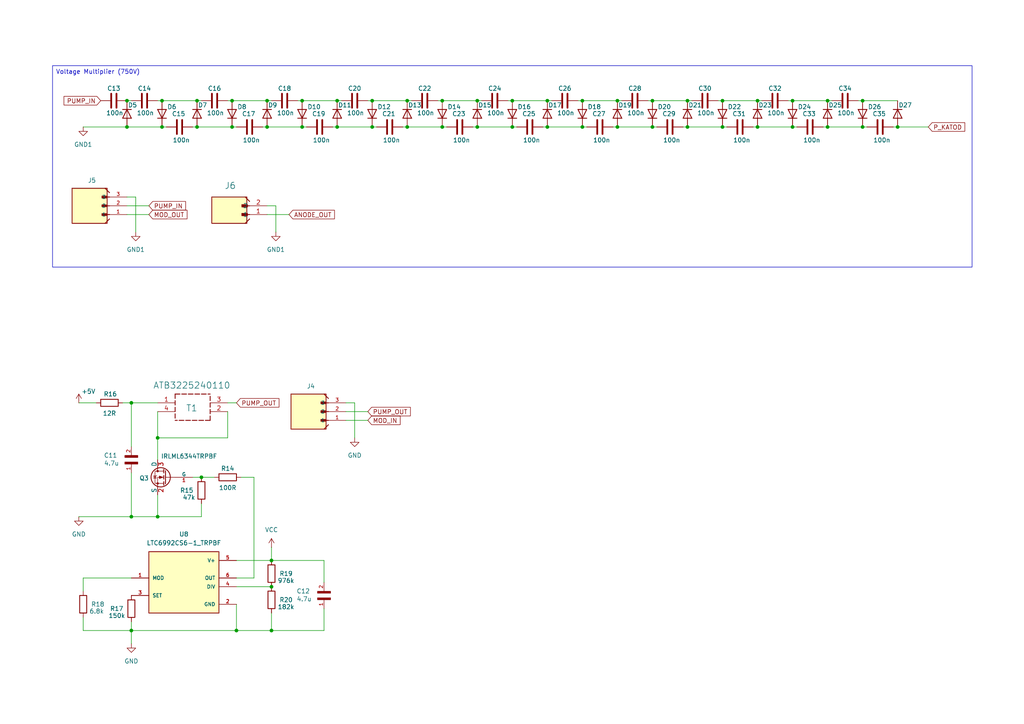
<source format=kicad_sch>
(kicad_sch (version 20231120) (generator "eeschema") (generator_version "8.0")
  (paper "A4")
  (title_block (title "Open Gamma Spectrometer") (date "2025-01-17") (rev "0.1") (company "Vadym Vikulin"))
  (lib_symbols
    (symbol "ATB322524-0110:ATB322524-0110"
      (property "Reference" "T" (at -1.27 1.27 0))
      (property "Value" "*" (at -1.27 -3.81 0))
      (symbol "ATB322524-0110_1_0"
        (polyline (pts (xy 5.08 -3.175) (xy 5.08 -4.445)) (stroke (width 0.254)))
        (polyline (pts (xy 5.08 -1.27) (xy 5.08 -2.54)) (stroke (width 0.254)))
        (polyline (pts (xy 5.08 0.635) (xy 5.08 -0.635)) (stroke (width 0.254)))
        (polyline (pts (xy 5.08 2.54) (xy 5.08 1.27)) (stroke (width 0.254)))
        (polyline (pts (xy 5.08 2.54) (xy 6.477 2.54)) (stroke (width 0.254)))
        (polyline (pts (xy 5.715 -5.08) (xy 5.08 -5.08)) (stroke (width 0.254)))
        (polyline (pts (xy 6.985 2.54) (xy 8.382 2.54)) (stroke (width 0.254)))
        (polyline (pts (xy 7.62 -5.08) (xy 6.223 -5.08)) (stroke (width 0.254)))
        (polyline (pts (xy 8.89 2.54) (xy 10.287 2.54)) (stroke (width 0.254)))
        (polyline (pts (xy 9.525 -5.08) (xy 8.128 -5.08)) (stroke (width 0.254)))
        (polyline (pts (xy 10.795 2.54) (xy 12.192 2.54)) (stroke (width 0.254)))
        (polyline (pts (xy 11.43 -5.08) (xy 10.033 -5.08)) (stroke (width 0.254)))
        (polyline (pts (xy 12.7 2.54) (xy 14.097 2.54)) (stroke (width 0.254)))
        (polyline (pts (xy 13.335 -5.08) (xy 11.938 -5.08)) (stroke (width 0.254)))
        (polyline (pts (xy 14.605 2.54) (xy 15.24 2.54)) (stroke (width 0.254)))
        (polyline (pts (xy 15.24 -5.08) (xy 13.843 -5.08)) (stroke (width 0.254)))
        (polyline (pts (xy 15.24 -5.08) (xy 15.24 -3.81)) (stroke (width 0.254)))
        (polyline (pts (xy 15.24 -3.175) (xy 15.24 -1.905)) (stroke (width 0.254)))
        (polyline (pts (xy 15.24 -1.27) (xy 15.24 0)) (stroke (width 0.254)))
        (polyline (pts (xy 15.24 0.635) (xy 15.24 1.905)) (stroke (width 0.254)))
        (pin bidirectional line (at 0 0 0) (length 5.08) (name "1") (number "1"))
        (pin bidirectional line (at 20.32 -2.54 180) (length 5.08) (name "4") (number "2"))
        (pin bidirectional line (at 20.32 0 180) (length 5.08) (name "3") (number "3"))
        (pin bidirectional line (at 0 -2.54 0) (length 5.08) (name "2") (number "4"))
      )
    )
    (symbol "B2B-PH-K-S_LF__SN_:B2B-PH-K-S(LF)(SN)"
      (property "Reference" "J" (at -1.27 1.27 0))
      (property "Value" "*" (at -1.27 -3.81 0))
      (symbol "B2B-PH-K-S(LF)(SN)_1_0"
        (rectangle (start -2.858 0.318) (end -4.445 -0.318) (stroke (width 0.254)) (fill (type outline)))
        (rectangle (start -2.858 2.858) (end -4.445 2.223) (stroke (width 0.254)) (fill (type outline)))
        (polyline (pts (xy -5.08 -1.27) (xy -3.81 -2.54)) (stroke (width 0.254)))
        (polyline (pts (xy -5.08 0) (xy -3.175 0)) (stroke (width 0.254)))
        (polyline (pts (xy -5.08 2.54) (xy -3.175 2.54)) (stroke (width 0.254)))
        (polyline (pts (xy -5.08 3.81) (xy -3.81 5.08)) (stroke (width 0.254)))
        (rectangle (start 5.874 5.08) (end -4.286 -2.54) (stroke (width 0.254) (color 128 0 0 1)) (fill (type background)))
        (pin passive line (at -10.16 2.54 0) (length 5.08) (name "1") (number "1"))
        (pin passive line (at -10.16 0 0) (length 5.08) (name "2") (number "2"))
      )
    )
    (symbol "B3B-PH-K-S_LF__SN_:B3B-PH-K-S_LF__SN_" (pin_names (offset 1.016))
      (property "Reference" "J" (at -5.58 5.08 0))
      (property "Value" "B3B-PH-K-S_LF__SN_" (at -5.08 -7.62 0))
      (symbol "B3B-PH-K-S_LF__SN__0_0"
        (rectangle (start -4.445 -2.8575) (end -2.8575 -2.2225) (stroke (width 0.1)) (fill (type outline)))
        (rectangle (start -4.445 -0.3175) (end -2.8575 0.3175) (stroke (width 0.1)) (fill (type outline)))
        (rectangle (start -4.445 2.2225) (end -2.8575 2.8575) (stroke (width 0.1)) (fill (type outline)))
        (rectangle (start -4.3996 -5.08) (end 5.7604 5.08) (stroke (width 0.254)) (fill (type background)))
        (polyline (pts (xy -5.08 -3.81) (xy -3.81 -5.08)) (stroke (width 0.254)))
        (polyline (pts (xy -5.08 -2.54) (xy -3.175 -2.54)) (stroke (width 0.254)))
        (polyline (pts (xy -5.08 0) (xy -3.175 0)) (stroke (width 0.254)))
        (polyline (pts (xy -5.08 2.54) (xy -3.175 2.54)) (stroke (width 0.254)))
        (polyline (pts (xy -5.08 3.81) (xy -3.81 5.08)) (stroke (width 0.254)))
        (pin passive line (at -10.16 2.54 0) (length 5.08) (name "1") (number "1"))
        (pin passive line (at -10.16 0 0) (length 5.08) (name "2") (number "2"))
        (pin passive line (at -10.16 -2.54 0) (length 5.08) (name "3") (number "3"))
      )
    )
    (symbol "CL21A475KBQNNNE:CL21A475KBQNNNE" (pin_names (offset 1.016))
      (property "Reference" "C" (at 0 3.81 0))
      (property "Value" "CL21A475KBQNNNE" (at 0 -5.08 0))
      (symbol "CL21A475KBQNNNE_0_0"
        (rectangle (start 0 -1.905) (end 0.635 1.905) (stroke (width 0.1)) (fill (type outline)))
        (rectangle (start 1.905 -1.905) (end 2.54 1.905) (stroke (width 0.1)) (fill (type outline)))
        (pin passive line (at 5.08 0 180) (length 2.54) (name "~") (number "1"))
        (pin passive line (at -2.54 0 0) (length 2.54) (name "~") (number "2"))
      )
    )
    (symbol "Device:C" (pin_numbers hide) (pin_names (offset 0.254))
      (property "Reference" "C" (at 0.635 2.54 0))
      (property "Value" "C" (at 0.635 -2.54 0))
      (symbol "C_0_1"
        (polyline (pts (xy -2.032 -0.762) (xy 2.032 -0.762)) (stroke (width 0.508)))
        (polyline (pts (xy -2.032 0.762) (xy 2.032 0.762)) (stroke (width 0.508)))
      )
      (symbol "C_1_1"
        (pin passive line (at 0 3.81 270) (length 2.794) (name "~") (number "1"))
        (pin passive line (at 0 -3.81 90) (length 2.794) (name "~") (number "2"))
      )
    )
    (symbol "Device:D" (pin_numbers hide) (pin_names (offset 1.016) hide)
      (property "Reference" "D" (at 0 2.54 0))
      (property "Value" "D" (at 0 -2.54 0))
      (symbol "D_0_1"
        (polyline (pts (xy -1.27 1.27) (xy -1.27 -1.27)) (stroke (width 0.254)))
        (polyline (pts (xy 1.27 0) (xy -1.27 0)))
        (polyline (pts (xy 1.27 1.27) (xy 1.27 -1.27) (xy -1.27 0) (xy 1.27 1.27)) (stroke (width 0.254)))
      )
      (symbol "D_1_1"
        (pin passive line (at -3.81 0 0) (length 2.54) (name "K") (number "1"))
        (pin passive line (at 3.81 0 180) (length 2.54) (name "A") (number "2"))
      )
    )
    (symbol "Device:R" (pin_numbers hide) (pin_names (offset 0))
      (property "Reference" "R" (at 2.032 0 90))
      (property "Value" "R" (at 0 0 90))
      (symbol "R_0_1"
        (rectangle (start -1.016 -2.54) (end 1.016 2.54) (stroke (width 0.254)))
      )
      (symbol "R_1_1"
        (pin passive line (at 0 3.81 270) (length 1.27) (name "~") (number "1"))
        (pin passive line (at 0 -3.81 90) (length 1.27) (name "~") (number "2"))
      )
    )
    (symbol "IRLML6344TRPBF:IRLML6344TRPBF" (pin_names (offset 0))
      (property "Reference" "Q" (at -3.81 3.556 0))
      (property "Value" "IRLML6344TRPBF" (at 2.794 4.826 0))
      (symbol "IRLML6344TRPBF_0_1"
        (polyline (pts (xy -1.016 0) (xy -3.81 0)))
        (polyline (pts (xy -1.016 1.905) (xy -1.016 -1.905)) (stroke (width 0.254)))
        (polyline (pts (xy -0.508 -1.27) (xy -0.508 -2.286)) (stroke (width 0.254)))
        (polyline (pts (xy -0.508 0.508) (xy -0.508 -0.508)) (stroke (width 0.254)))
        (polyline (pts (xy -0.508 2.286) (xy -0.508 1.27)) (stroke (width 0.254)))
        (polyline (pts (xy 1.27 2.54) (xy 1.27 1.778)))
        (polyline (pts (xy 1.27 -2.54) (xy 1.27 0) (xy -0.508 0)))
        (polyline (pts (xy -0.508 -1.778) (xy 2.032 -1.778) (xy 2.032 1.778) (xy -0.508 1.778)))
        (polyline (pts (xy -0.254 0) (xy 0.762 0.381) (xy 0.762 -0.381) (xy -0.254 0)) (fill (type outline)))
        (polyline (pts (xy 1.524 0.508) (xy 1.651 0.381) (xy 2.413 0.381) (xy 2.54 0.254)))
        (polyline (pts (xy 2.032 0.381) (xy 1.651 -0.254) (xy 2.413 -0.254) (xy 2.032 0.381)))
        (circle (center 0.381 0) (radius 2.794) (stroke (width 0.254)))
        (circle (center 1.27 -1.778) (radius 0.254) (fill (type outline)))
        (circle (center 1.27 1.778) (radius 0.254) (fill (type outline)))
      )
      (symbol "IRLML6344TRPBF_1_0"
        (pin input line (at -8.89 0 0) (length 5.08) (name "G") (number "1"))
      )
      (symbol "IRLML6344TRPBF_1_1"
        (pin passive line (at 1.27 -5.08 90) (length 2.54) (name "S") (number "2"))
        (pin passive line (at 1.27 5.08 270) (length 2.54) (name "D") (number "3"))
      )
    )
    (symbol "LTC6992CS6-1_TRPBF:LTC6992CS6-1_TRPBF" (pin_names (offset 1.016))
      (property "Reference" "U" (at -10.16 8.128 0))
      (property "Value" "LTC6992CS6-1_TRPBF" (at -10.16 -12.7 0))
      (symbol "LTC6992CS6-1_TRPBF_0_0"
        (rectangle (start -10.16 -10.16) (end 10.16 7.62) (stroke (width 0.254)) (fill (type background)))
        (pin input line (at -15.24 0 0) (length 5.08) (name "MOD") (number "1"))
        (pin power_in line (at 15.24 -7.62 180) (length 5.08) (name "GND") (number "2"))
        (pin input line (at -15.24 -5.08 0) (length 5.08) (name "SET") (number "3"))
        (pin input line (at 15.24 -2.54 180) (length 5.08) (name "DIV") (number "4"))
        (pin power_in line (at 15.24 5.08 180) (length 5.08) (name "V+") (number "5"))
        (pin output line (at 15.24 0 180) (length 5.08) (name "OUT") (number "6"))
      )
    )
    (symbol "power:+5V" (power) (pin_numbers hide) (pin_names (offset 0) hide)
      (property "Value" "+5V" (at 0 3.556 0))
      (symbol "+5V_0_1"
        (polyline (pts (xy -0.762 1.27) (xy 0 2.54)))
        (polyline (pts (xy 0 0) (xy 0 2.54)))
        (polyline (pts (xy 0 2.54) (xy 0.762 1.27)))
      )
      (symbol "+5V_1_1"
        (pin power_in line (at 0 0 90) (length 0) (name "~") (number "1"))
      )
    )
    (symbol "power:GND" (power) (pin_numbers hide) (pin_names (offset 0) hide)
      (property "Value" "GND" (at 0 -3.81 0))
      (symbol "GND_0_1"
        (polyline (pts (xy 0 0) (xy 0 -1.27) (xy 1.27 -1.27) (xy 0 -2.54) (xy -1.27 -1.27) (xy 0 -1.27)))
      )
      (symbol "GND_1_1"
        (pin power_in line (at 0 0 270) (length 0) (name "~") (number "1"))
      )
    )
    (symbol "power:GND1" (power) (pin_numbers hide) (pin_names (offset 0) hide)
      (property "Value" "GND1" (at 0 -3.81 0))
      (symbol "GND1_0_1"
        (polyline (pts (xy 0 0) (xy 0 -1.27) (xy 1.27 -1.27) (xy 0 -2.54) (xy -1.27 -1.27) (xy 0 -1.27)))
      )
      (symbol "GND1_1_1"
        (pin power_in line (at 0 0 270) (length 0) (name "~") (number "1"))
      )
    )
    (symbol "power:VCC" (power) (pin_numbers hide) (pin_names (offset 0) hide)
      (property "Value" "VCC" (at 0 3.556 0))
      (symbol "VCC_0_1"
        (polyline (pts (xy -0.762 1.27) (xy 0 2.54)))
        (polyline (pts (xy 0 0) (xy 0 2.54)))
        (polyline (pts (xy 0 2.54) (xy 0.762 1.27)))
      )
      (symbol "VCC_1_1"
        (pin power_in line (at 0 0 90) (length 0) (name "~") (number "1"))
      )
    )
  )
  (junction (at 128.27 36.83))
  (junction (at 107.95 36.83))
  (junction (at 229.87 36.83))
  (junction (at 209.55 29.21))
  (junction (at 250.19 36.83))
  (junction (at 57.15 29.21))
  (junction (at 229.87 29.21))
  (junction (at 179.07 36.83))
  (junction (at 45.72 149.86))
  (junction (at 58.42 138.43))
  (junction (at 67.31 36.83))
  (junction (at 36.83 36.83))
  (junction (at 138.43 36.83))
  (junction (at 78.74 170.18))
  (junction (at 87.63 29.21))
  (junction (at 209.55 36.83))
  (junction (at 46.99 29.21))
  (junction (at 138.43 29.21))
  (junction (at 148.59 29.21))
  (junction (at 240.03 36.83))
  (junction (at 148.59 36.83))
  (junction (at 189.23 29.21))
  (junction (at 36.83 29.21))
  (junction (at 45.72 127))
  (junction (at 179.07 29.21))
  (junction (at 57.15 36.83))
  (junction (at 38.1 149.86))
  (junction (at 87.63 36.83))
  (junction (at 67.31 29.21))
  (junction (at 38.1 116.84))
  (junction (at 168.91 36.83))
  (junction (at 38.1 182.88))
  (junction (at 97.79 36.83))
  (junction (at 158.75 36.83))
  (junction (at 77.47 36.83))
  (junction (at 118.11 29.21))
  (junction (at 199.39 36.83))
  (junction (at 199.39 29.21))
  (junction (at 77.47 29.21))
  (junction (at 128.27 29.21))
  (junction (at 250.19 29.21))
  (junction (at 240.03 29.21))
  (junction (at 219.71 29.21))
  (junction (at 78.74 162.56))
  (junction (at 260.35 36.83))
  (junction (at 107.95 29.21))
  (junction (at 97.79 29.21))
  (junction (at 118.11 36.83))
  (junction (at 219.71 36.83))
  (junction (at 46.99 36.83))
  (junction (at 78.74 182.88))
  (junction (at 68.58 182.88))
  (junction (at 168.91 29.21))
  (junction (at 189.23 36.83))
  (junction (at 158.75 29.21))
  (wire (pts (xy 149.86 36.83) (xy 148.59 36.83)))
  (wire (pts (xy 77.47 36.83) (xy 87.63 36.83)))
  (wire (pts (xy 67.31 29.21) (xy 77.47 29.21)))
  (wire (pts (xy 240.03 36.83) (xy 238.76 36.83)))
  (wire (pts (xy 208.28 29.21) (xy 209.55 29.21)))
  (wire (pts (xy 38.1 129.54) (xy 38.1 116.84)))
  (wire (pts (xy 248.92 29.21) (xy 250.19 29.21)))
  (wire (pts (xy 57.15 36.83) (xy 67.31 36.83)))
  (wire (pts (xy 45.72 127) (xy 45.72 119.38)))
  (wire (pts (xy 57.15 36.83) (xy 55.88 36.83)))
  (wire (pts (xy 73.66 138.43) (xy 69.85 138.43)))
  (wire (pts (xy 39.37 57.15) (xy 39.37 67.31)))
  (wire (pts (xy 68.58 116.84) (xy 66.04 116.84)))
  (wire (pts (xy 251.46 36.83) (xy 250.19 36.83)))
  (wire (pts (xy 38.1 186.69) (xy 38.1 182.88)))
  (wire (pts (xy 66.04 127) (xy 45.72 127)))
  (wire (pts (xy 107.95 29.21) (xy 118.11 29.21)))
  (wire (pts (xy 36.83 36.83) (xy 46.99 36.83)))
  (wire (pts (xy 38.1 116.84) (xy 45.72 116.84)))
  (wire (pts (xy 148.59 29.21) (xy 158.75 29.21)))
  (wire (pts (xy 93.98 162.56) (xy 78.74 162.56)))
  (wire (pts (xy 57.15 29.21) (xy 58.42 29.21)))
  (wire (pts (xy 62.23 138.43) (xy 58.42 138.43)))
  (wire (pts (xy 86.36 29.21) (xy 87.63 29.21)))
  (wire (pts (xy 129.54 36.83) (xy 128.27 36.83)))
  (wire (pts (xy 170.18 36.83) (xy 168.91 36.83)))
  (wire (pts (xy 73.66 167.64) (xy 73.66 138.43)))
  (wire (pts (xy 190.5 36.83) (xy 189.23 36.83)))
  (wire (pts (xy 179.07 36.83) (xy 177.8 36.83)))
  (wire (pts (xy 48.26 36.83) (xy 46.99 36.83)))
  (wire (pts (xy 168.91 29.21) (xy 179.07 29.21)))
  (wire (pts (xy 68.58 175.26) (xy 68.58 182.88)))
  (wire (pts (xy 210.82 36.83) (xy 209.55 36.83)))
  (wire (pts (xy 45.72 149.86) (xy 38.1 149.86)))
  (wire (pts (xy 102.87 116.84) (xy 100.33 116.84)))
  (wire (pts (xy 102.87 116.84) (xy 102.87 127)))
  (wire (pts (xy 78.74 158.75) (xy 78.74 162.56)))
  (wire (pts (xy 228.6 29.21) (xy 229.87 29.21)))
  (wire (pts (xy 38.1 149.86) (xy 38.1 137.16)))
  (wire (pts (xy 97.79 36.83) (xy 107.95 36.83)))
  (wire (pts (xy 46.99 29.21) (xy 57.15 29.21)))
  (wire (pts (xy 38.1 149.86) (xy 22.86 149.86)))
  (wire (pts (xy 219.71 29.21) (xy 220.98 29.21)))
  (wire (pts (xy 68.58 182.88) (xy 78.74 182.88)))
  (wire (pts (xy 87.63 29.21) (xy 97.79 29.21)))
  (wire (pts (xy 36.83 29.21) (xy 38.1 29.21)))
  (wire (pts (xy 24.13 182.88) (xy 38.1 182.88)))
  (wire (pts (xy 229.87 29.21) (xy 240.03 29.21)))
  (wire (pts (xy 83.82 62.23) (xy 77.47 62.23)))
  (wire (pts (xy 109.22 36.83) (xy 107.95 36.83)))
  (wire (pts (xy 39.37 57.15) (xy 36.83 57.15)))
  (wire (pts (xy 24.13 167.64) (xy 24.13 171.45)))
  (wire (pts (xy 219.71 36.83) (xy 218.44 36.83)))
  (wire (pts (xy 36.83 59.69) (xy 43.18 59.69)))
  (wire (pts (xy 128.27 29.21) (xy 138.43 29.21)))
  (wire (pts (xy 167.64 29.21) (xy 168.91 29.21)))
  (wire (pts (xy 24.13 36.83) (xy 36.83 36.83)))
  (wire (pts (xy 45.72 149.86) (xy 45.72 143.51)))
  (wire (pts (xy 97.79 29.21) (xy 99.06 29.21)))
  (wire (pts (xy 66.04 119.38) (xy 66.04 127)))
  (wire (pts (xy 43.18 62.23) (xy 36.83 62.23)))
  (wire (pts (xy 199.39 36.83) (xy 198.12 36.83)))
  (wire (pts (xy 88.9 36.83) (xy 87.63 36.83)))
  (wire (pts (xy 35.56 116.84) (xy 38.1 116.84)))
  (wire (pts (xy 118.11 36.83) (xy 116.84 36.83)))
  (wire (pts (xy 68.58 170.18) (xy 78.74 170.18)))
  (wire (pts (xy 58.42 138.43) (xy 55.88 138.43)))
  (wire (pts (xy 24.13 179.07) (xy 24.13 182.88)))
  (wire (pts (xy 78.74 182.88) (xy 78.74 177.8)))
  (wire (pts (xy 97.79 36.83) (xy 96.52 36.83)))
  (wire (pts (xy 80.01 59.69) (xy 80.01 67.31)))
  (wire (pts (xy 106.68 29.21) (xy 107.95 29.21)))
  (wire (pts (xy 38.1 167.64) (xy 24.13 167.64)))
  (wire (pts (xy 138.43 36.83) (xy 148.59 36.83)))
  (wire (pts (xy 240.03 29.21) (xy 241.3 29.21)))
  (wire (pts (xy 22.86 116.84) (xy 27.94 116.84)))
  (wire (pts (xy 199.39 36.83) (xy 209.55 36.83)))
  (wire (pts (xy 147.32 29.21) (xy 148.59 29.21)))
  (wire (pts (xy 58.42 149.86) (xy 45.72 149.86)))
  (wire (pts (xy 260.35 36.83) (xy 269.24 36.83)))
  (wire (pts (xy 68.58 36.83) (xy 67.31 36.83)))
  (wire (pts (xy 199.39 29.21) (xy 200.66 29.21)))
  (wire (pts (xy 93.98 176.53) (xy 93.98 182.88)))
  (wire (pts (xy 187.96 29.21) (xy 189.23 29.21)))
  (wire (pts (xy 240.03 36.83) (xy 250.19 36.83)))
  (wire (pts (xy 158.75 36.83) (xy 157.48 36.83)))
  (wire (pts (xy 77.47 36.83) (xy 76.2 36.83)))
  (wire (pts (xy 179.07 36.83) (xy 189.23 36.83)))
  (wire (pts (xy 77.47 29.21) (xy 78.74 29.21)))
  (wire (pts (xy 100.33 119.38) (xy 106.68 119.38)))
  (wire (pts (xy 260.35 36.83) (xy 259.08 36.83)))
  (wire (pts (xy 189.23 29.21) (xy 199.39 29.21)))
  (wire (pts (xy 93.98 182.88) (xy 78.74 182.88)))
  (wire (pts (xy 80.01 59.69) (xy 77.47 59.69)))
  (wire (pts (xy 68.58 167.64) (xy 73.66 167.64)))
  (wire (pts (xy 138.43 29.21) (xy 139.7 29.21)))
  (wire (pts (xy 45.72 29.21) (xy 46.99 29.21)))
  (wire (pts (xy 118.11 29.21) (xy 119.38 29.21)))
  (wire (pts (xy 127 29.21) (xy 128.27 29.21)))
  (wire (pts (xy 250.19 29.21) (xy 260.35 29.21)))
  (wire (pts (xy 45.72 133.35) (xy 45.72 127)))
  (wire (pts (xy 158.75 29.21) (xy 160.02 29.21)))
  (wire (pts (xy 58.42 146.05) (xy 58.42 149.86)))
  (wire (pts (xy 138.43 36.83) (xy 137.16 36.83)))
  (wire (pts (xy 93.98 162.56) (xy 93.98 168.91)))
  (wire (pts (xy 68.58 182.88) (xy 38.1 182.88)))
  (wire (pts (xy 66.04 29.21) (xy 67.31 29.21)))
  (wire (pts (xy 179.07 29.21) (xy 180.34 29.21)))
  (wire (pts (xy 68.58 162.56) (xy 78.74 162.56)))
  (wire (pts (xy 38.1 182.88) (xy 38.1 180.34)))
  (wire (pts (xy 106.68 121.92) (xy 100.33 121.92)))
  (wire (pts (xy 231.14 36.83) (xy 229.87 36.83)))
  (wire (pts (xy 209.55 29.21) (xy 219.71 29.21)))
  (wire (pts (xy 158.75 36.83) (xy 168.91 36.83)))
  (wire (pts (xy 118.11 36.83) (xy 128.27 36.83)))
  (wire (pts (xy 219.71 36.83) (xy 229.87 36.83)))
  (text_box "Voltage Multiplier (750V)" (at 15.24 19.05 0) (size 266.7 58.42) (effects (font (size 1.27 1.27)) (justify left top)))
  (global_label "ANODE_OUT" (shape input) (at 83.82 62.23 0) (property "Intersheetrefs" "${INTERSHEET_REFS}" (effects (hide yes))))
  (global_label "PUMP_OUT" (shape input) (at 68.58 116.84 0) (property "Intersheetrefs" "${INTERSHEET_REFS}" (effects (hide yes))))
  (global_label "PUMP_IN" (shape input) (at 43.18 59.69 0) (property "Intersheetrefs" "${INTERSHEET_REFS}" (effects (hide yes))))
  (global_label "MOD_IN" (shape input) (at 106.68 121.92 0) (property "Intersheetrefs" "${INTERSHEET_REFS}" (effects (hide yes))))
  (global_label "P_KATOD" (shape input) (at 269.24 36.83 0) (property "Intersheetrefs" "${INTERSHEET_REFS}" (effects (hide yes))))
  (global_label "MOD_OUT" (shape input) (at 43.18 62.23 0) (property "Intersheetrefs" "${INTERSHEET_REFS}" (effects (hide yes))))
  (global_label "PUMP_OUT" (shape input) (at 106.68 119.38 0) (property "Intersheetrefs" "${INTERSHEET_REFS}" (effects (hide yes))))
  (global_label "PUMP_IN" (shape input) (at 29.21 29.21 180) (property "Intersheetrefs" "${INTERSHEET_REFS}" (effects (hide yes))))
  (symbol (lib_id "Device:C") (at 214.63 36.83 90) (unit 1)
    (property "Reference" "C31" (at 214.376 33.02 90))
    (property "Value" "100n" (at 215.138 40.64 90))
    (property "Footprint" "C1210C104KCRACTU:CAPC3225X140N" (effects (hide yes)))
    (property "Description" "Unpolarized capacitor" (effects (hide yes)))
  )
  (symbol (lib_id "Device:D") (at 77.47 33.02 270) (unit 1)
    (property "Reference" "D9" (at 77.724 30.48 90) (effects (justify left)))
    (property "Value" "D" (effects (hide yes)))
    (property "Footprint" "SOD2613X100N:SOD2613X100N" (effects (hide yes)))
    (property "Description" "Diode" (effects (hide yes)))
    (property "Sim.Device" "D" (effects (hide yes)))
    (property "Sim.Pins" "1=K 2=A" (effects (hide yes)))
  )
  (symbol (lib_id "Device:R") (at 66.04 138.43 270) (unit 1)
    (property "Reference" "R14" (at 66.04 135.89 90))
    (property "Value" "100R" (at 66.04 141.478 90))
    (property "Footprint" "ERJ3EKF2103V:RES_ERJ3EKF2103V" (effects (hide yes)))
    (property "Description" "Resistor" (effects (hide yes)))
  )
  (symbol (lib_id "CL21A475KBQNNNE:CL21A475KBQNNNE") (at 93.98 171.45 270) (unit 1)
    (property "Reference" "C12" (at 89.916 171.4499 90) (effects (justify right)))
    (property "Value" "4.7u" (at 90.424 173.736 90) (effects (justify right)))
    (property "Footprint" "CL21A475KBQNNNE:CAPC2012X140N" (effects (hide yes)))
    (property "MF" "Samsung Electro-Mechanics" (effects (hide yes)))
    (property "Description_1" "\n                        \n                            CL21 Series 4.7 uF 50 V ±10 % Tolerance X5R SMT Multilayer Ceramic Capacitor\n                        \n" (effects (hide yes)))
    (property "Package" "0805 Samsung" (effects (hide yes)))
    (property "Price" "None" (effects (hide yes)))
    (property "SnapEDA_Link" "https://www.snapeda.com/parts/CL21A475KBQNNNE/Samsung/view-part/?ref=snap" (effects (hide yes)))
    (property "MP" "CL21A475KBQNNNE" (effects (hide yes)))
    (property "Availability" "In Stock" (effects (hide yes)))
    (property "Check_prices" "https://www.snapeda.com/parts/CL21A475KBQNNNE/Samsung/view-part/?ref=eda" (effects (hide yes)))
  )
  (symbol (lib_id "Device:D") (at 36.83 33.02 270) (unit 1)
    (property "Reference" "D5" (at 37.084 30.48 90) (effects (justify left)))
    (property "Value" "D" (effects (hide yes)))
    (property "Footprint" "SOD2613X100N:SOD2613X100N" (effects (hide yes)))
    (property "Description" "Diode" (effects (hide yes)))
    (property "Sim.Device" "D" (effects (hide yes)))
    (property "Sim.Pins" "1=K 2=A" (effects (hide yes)))
  )
  (symbol (lib_id "Device:D") (at 107.95 33.02 90) (unit 1)
    (property "Reference" "D12" (at 109.474 30.988 90) (effects (justify right)))
    (property "Value" "D" (effects (hide yes)))
    (property "Footprint" "SOD2613X100N:SOD2613X100N" (effects (hide yes)))
    (property "Description" "Diode" (effects (hide yes)))
    (property "Sim.Device" "D" (effects (hide yes)))
    (property "Sim.Pins" "1=K 2=A" (effects (hide yes)))
  )
  (symbol (lib_id "Device:D") (at 168.91 33.02 90) (unit 1)
    (property "Reference" "D18" (at 170.434 30.988 90) (effects (justify right)))
    (property "Value" "D" (effects (hide yes)))
    (property "Footprint" "SOD2613X100N:SOD2613X100N" (effects (hide yes)))
    (property "Description" "Diode" (effects (hide yes)))
    (property "Sim.Device" "D" (effects (hide yes)))
    (property "Sim.Pins" "1=K 2=A" (effects (hide yes)))
  )
  (symbol (lib_id "Device:C") (at 133.35 36.83 90) (unit 1)
    (property "Reference" "C23" (at 133.096 33.02 90))
    (property "Value" "100n" (at 133.858 40.64 90))
    (property "Footprint" "C1210C104KCRACTU:CAPC3225X140N" (effects (hide yes)))
    (property "Description" "Unpolarized capacitor" (effects (hide yes)))
  )
  (symbol (lib_id "Device:C") (at 41.91 29.21 90) (unit 1)
    (property "Reference" "C14" (at 41.91 25.654 90))
    (property "Value" "100n" (at 42.164 32.766 90))
    (property "Footprint" "C1210C104KCRACTU:CAPC3225X140N" (effects (hide yes)))
    (property "Description" "Unpolarized capacitor" (effects (hide yes)))
  )
  (symbol (lib_id "Device:C") (at 204.47 29.21 90) (unit 1)
    (property "Reference" "C30" (at 204.47 25.654 90))
    (property "Value" "100n" (at 204.724 32.766 90))
    (property "Footprint" "C1210C104KCRACTU:CAPC3225X140N" (effects (hide yes)))
    (property "Description" "Unpolarized capacitor" (effects (hide yes)))
  )
  (symbol (lib_id "Device:C") (at 123.19 29.21 90) (unit 1)
    (property "Reference" "C22" (at 123.19 25.654 90))
    (property "Value" "100n" (at 123.444 32.766 90))
    (property "Footprint" "C1210C104KCRACTU:CAPC3225X140N" (effects (hide yes)))
    (property "Description" "Unpolarized capacitor" (effects (hide yes)))
  )
  (symbol (lib_id "Device:C") (at 153.67 36.83 90) (unit 1)
    (property "Reference" "C25" (at 153.416 33.02 90))
    (property "Value" "100n" (at 154.178 40.64 90))
    (property "Footprint" "C1210C104KCRACTU:CAPC3225X140N" (effects (hide yes)))
    (property "Description" "Unpolarized capacitor" (effects (hide yes)))
  )
  (symbol (lib_id "Device:C") (at 143.51 29.21 90) (unit 1)
    (property "Reference" "C24" (at 143.51 25.654 90))
    (property "Value" "100n" (at 143.764 32.766 90))
    (property "Footprint" "C1210C104KCRACTU:CAPC3225X140N" (effects (hide yes)))
    (property "Description" "Unpolarized capacitor" (effects (hide yes)))
  )
  (symbol (lib_id "Device:D") (at 240.03 33.02 270) (unit 1)
    (property "Reference" "D25" (at 240.284 30.48 90) (effects (justify left)))
    (property "Value" "D" (effects (hide yes)))
    (property "Footprint" "SOD2613X100N:SOD2613X100N" (effects (hide yes)))
    (property "Description" "Diode" (effects (hide yes)))
    (property "Sim.Device" "D" (effects (hide yes)))
    (property "Sim.Pins" "1=K 2=A" (effects (hide yes)))
  )
  (symbol (lib_id "Device:D") (at 179.07 33.02 270) (unit 1)
    (property "Reference" "D19" (at 179.324 30.48 90) (effects (justify left)))
    (property "Value" "D" (effects (hide yes)))
    (property "Footprint" "SOD2613X100N:SOD2613X100N" (effects (hide yes)))
    (property "Description" "Diode" (effects (hide yes)))
    (property "Sim.Device" "D" (effects (hide yes)))
    (property "Sim.Pins" "1=K 2=A" (effects (hide yes)))
  )
  (symbol (lib_id "Device:D") (at 199.39 33.02 270) (unit 1)
    (property "Reference" "D21" (at 199.644 30.48 90) (effects (justify left)))
    (property "Value" "D" (effects (hide yes)))
    (property "Footprint" "SOD2613X100N:SOD2613X100N" (effects (hide yes)))
    (property "Description" "Diode" (effects (hide yes)))
    (property "Sim.Device" "D" (effects (hide yes)))
    (property "Sim.Pins" "1=K 2=A" (effects (hide yes)))
  )
  (symbol (lib_id "Device:C") (at 113.03 36.83 90) (unit 1)
    (property "Reference" "C21" (at 112.776 33.02 90))
    (property "Value" "100n" (at 113.538 40.64 90))
    (property "Footprint" "C1210C104KCRACTU:CAPC3225X140N" (effects (hide yes)))
    (property "Description" "Unpolarized capacitor" (effects (hide yes)))
  )
  (symbol (lib_id "power:GND") (at 102.87 127 0) (unit 1)
    (property "Reference" "#PWR057" (effects (hide yes)))
    (property "Value" "GND" (at 102.87 132.08 0))
    (property "Description" "Power symbol creates a global label with name \"GND\" , ground" (effects (hide yes)))
  )
  (symbol (lib_id "Device:D") (at 67.31 33.02 90) (unit 1)
    (property "Reference" "D8" (at 68.834 30.988 90) (effects (justify right)))
    (property "Value" "D" (effects (hide yes)))
    (property "Footprint" "SOD2613X100N:SOD2613X100N" (effects (hide yes)))
    (property "Description" "Diode" (effects (hide yes)))
    (property "Sim.Device" "D" (effects (hide yes)))
    (property "Sim.Pins" "1=K 2=A" (effects (hide yes)))
  )
  (symbol (lib_id "ATB322524-0110:ATB322524-0110") (at 45.72 116.84 0) (unit 1)
    (property "Reference" "T1" (at 55.626 118.364 0) (effects (font (size 1.8288 1.8288))))
    (property "Value" "ATB3225240110" (at 55.626 111.76 0) (effects (font (size 1.8288 1.8288))))
    (property "Footprint" "ATB322524-0110:ATB3225240110" (effects (hide yes)))
    (property "Description" "Audio Transformers / Signal Transformers NEW MFG PN 810-ATB32240110T000" (effects (hide yes)))
    (property "SnapEDA_Link" "https://www.snapeda.com/parts/ATB322524-0110/TDK/view-part/?ref=snap" (effects (hide yes)))
    (property "Package" "None" (effects (hide yes)))
    (property "ALTIUM_VALUE" "*" (effects (hide yes)))
    (property "MF" "TDK" (effects (hide yes)))
    (property "MP" "ATB322524-0110" (effects (hide yes)))
    (property "Check_prices" "https://www.snapeda.com/parts/ATB322524-0110/TDK/view-part/?ref=eda" (effects (hide yes)))
  )
  (symbol (lib_id "Device:C") (at 234.95 36.83 90) (unit 1)
    (property "Reference" "C33" (at 234.696 33.02 90))
    (property "Value" "100n" (at 235.458 40.64 90))
    (property "Footprint" "C1210C104KCRACTU:CAPC3225X140N" (effects (hide yes)))
    (property "Description" "Unpolarized capacitor" (effects (hide yes)))
  )
  (symbol (lib_id "Device:D") (at 148.59 33.02 90) (unit 1)
    (property "Reference" "D16" (at 150.114 30.988 90) (effects (justify right)))
    (property "Value" "D" (effects (hide yes)))
    (property "Footprint" "SOD2613X100N:SOD2613X100N" (effects (hide yes)))
    (property "Description" "Diode" (effects (hide yes)))
    (property "Sim.Device" "D" (effects (hide yes)))
    (property "Sim.Pins" "1=K 2=A" (effects (hide yes)))
  )
  (symbol (lib_id "Device:D") (at 128.27 33.02 90) (unit 1)
    (property "Reference" "D14" (at 129.794 30.988 90) (effects (justify right)))
    (property "Value" "D" (effects (hide yes)))
    (property "Footprint" "SOD2613X100N:SOD2613X100N" (effects (hide yes)))
    (property "Description" "Diode" (effects (hide yes)))
    (property "Sim.Device" "D" (effects (hide yes)))
    (property "Sim.Pins" "1=K 2=A" (effects (hide yes)))
  )
  (symbol (lib_id "power:GND") (at 22.86 149.86 0) (mirror y) (unit 1)
    (property "Reference" "#PWR047" (effects (hide yes)))
    (property "Value" "GND" (at 22.86 154.94 0))
    (property "Description" "Power symbol creates a global label with name \"GND\" , ground" (effects (hide yes)))
  )
  (symbol (lib_id "B2B-PH-K-S_LF__SN_:B2B-PH-K-S(LF)(SN)") (at 67.31 59.69 180) (unit 1)
    (property "Reference" "J6" (at 66.802 53.848 0) (effects (font (size 1.8288 1.8288))))
    (property "Value" "*" (effects (hide yes)))
    (property "Footprint" "B2B-PH-K-S_LF__SN_:JST_B2B-PH-K-S(LF)(SN)" (effects (hide yes)))
    (property "Description" "Connector Header Through Hole 2 position 0.079 (2.00mm)" (effects (hide yes)))
    (property "SnapEDA_Link" "https://www.snapeda.com/parts/B2B-PH-K-S%20(LF)(SN)/JST/view-part/?ref=snap" (effects (hide yes)))
    (property "Package" "None" (effects (hide yes)))
    (property "ALTIUM_VALUE" "*" (effects (hide yes)))
    (property "MF" "JST" (effects (hide yes)))
    (property "MP" "B2B-PH-K-S (LF)(SN)" (effects (hide yes)))
    (property "Check_prices" "https://www.snapeda.com/parts/B2B-PH-K-S%20(LF)(SN)/JST/view-part/?ref=eda" (effects (hide yes)))
  )
  (symbol (lib_id "power:GND1") (at 39.37 67.31 0) (unit 1)
    (property "Reference" "#PWR059" (effects (hide yes)))
    (property "Value" "GND1" (at 39.37 72.39 0))
    (property "Description" "Power symbol creates a global label with name \"GND1\" , ground" (effects (hide yes)))
  )
  (symbol (lib_id "Device:D") (at 138.43 33.02 270) (unit 1)
    (property "Reference" "D15" (at 138.684 30.48 90) (effects (justify left)))
    (property "Value" "D" (effects (hide yes)))
    (property "Footprint" "SOD2613X100N:SOD2613X100N" (effects (hide yes)))
    (property "Description" "Diode" (effects (hide yes)))
    (property "Sim.Device" "D" (effects (hide yes)))
    (property "Sim.Pins" "1=K 2=A" (effects (hide yes)))
  )
  (symbol (lib_id "Device:D") (at 250.19 33.02 90) (unit 1)
    (property "Reference" "D26" (at 251.714 30.988 90) (effects (justify right)))
    (property "Value" "D" (effects (hide yes)))
    (property "Footprint" "SOD2613X100N:SOD2613X100N" (effects (hide yes)))
    (property "Description" "Diode" (effects (hide yes)))
    (property "Sim.Device" "D" (effects (hide yes)))
    (property "Sim.Pins" "1=K 2=A" (effects (hide yes)))
  )
  (symbol (lib_id "Device:C") (at 245.11 29.21 90) (unit 1)
    (property "Reference" "C34" (at 245.11 25.654 90))
    (property "Value" "100n" (at 245.364 32.766 90))
    (property "Footprint" "C1210C104KCRACTU:CAPC3225X140N" (effects (hide yes)))
    (property "Description" "Unpolarized capacitor" (effects (hide yes)))
  )
  (symbol (lib_id "Device:C") (at 33.02 29.21 90) (unit 1)
    (property "Reference" "C13" (at 33.02 25.654 90))
    (property "Value" "100n" (at 33.274 32.766 90))
    (property "Footprint" "C1210C104KCRACTU:CAPC3225X140N" (effects (hide yes)))
    (property "Description" "Unpolarized capacitor" (effects (hide yes)))
  )
  (symbol (lib_id "power:VCC") (at 78.74 158.75 0) (unit 1)
    (property "Reference" "#PWR056" (effects (hide yes)))
    (property "Value" "VCC" (at 78.74 153.67 0))
    (property "Description" "Power symbol creates a global label with name \"VCC\"" (effects (hide yes)))
  )
  (symbol (lib_id "Device:R") (at 31.75 116.84 270) (unit 1)
    (property "Reference" "R16" (at 32.004 114.3 90))
    (property "Value" "12R" (at 31.75 119.888 90))
    (property "Footprint" "ERJ3EKF2103V:RES_ERJ3EKF2103V" (effects (hide yes)))
    (property "Description" "Resistor" (effects (hide yes)))
  )
  (symbol (lib_id "B3B-PH-K-S_LF__SN_:B3B-PH-K-S_LF__SN_") (at 26.67 59.69 180) (unit 1)
    (property "Reference" "J5" (at 26.67 52.324 0))
    (property "Value" "B3B-PH-K-S_LF__SN_" (effects (hide yes)))
    (property "Footprint" "B3B-PH-K-S_LF__SN_:JST_B3B-PH-K-S_LF__SN_" (effects (hide yes)))
    (property "MF" "JST Sales" (effects (hide yes)))
    (property "Description_1" "\n                        \n                            Connector Header Through Hole 3 position 0.079 (2.00mm)\n                        \n" (effects (hide yes)))
    (property "Package" "None" (effects (hide yes)))
    (property "Price" "None" (effects (hide yes)))
    (property "Check_prices" "https://www.snapeda.com/parts/B3B-PH-K-S(LF)(SN)/JST/view-part/?ref=eda" (effects (hide yes)))
    (property "SnapEDA_Link" "https://www.snapeda.com/parts/B3B-PH-K-S(LF)(SN)/JST/view-part/?ref=snap" (effects (hide yes)))
    (property "MP" "B3B-PH-K-S(LF)(SN)" (effects (hide yes)))
    (property "Availability" "In Stock" (effects (hide yes)))
    (property "MANUFACTURER" "JST" (effects (hide yes)))
  )
  (symbol (lib_id "Device:D") (at 97.79 33.02 270) (unit 1)
    (property "Reference" "D11" (at 98.044 30.48 90) (effects (justify left)))
    (property "Value" "D" (effects (hide yes)))
    (property "Footprint" "SOD2613X100N:SOD2613X100N" (effects (hide yes)))
    (property "Description" "Diode" (effects (hide yes)))
    (property "Sim.Device" "D" (effects (hide yes)))
    (property "Sim.Pins" "1=K 2=A" (effects (hide yes)))
  )
  (symbol (lib_id "Device:C") (at 224.79 29.21 90) (unit 1)
    (property "Reference" "C32" (at 224.79 25.654 90))
    (property "Value" "100n" (at 225.044 32.766 90))
    (property "Footprint" "C1210C104KCRACTU:CAPC3225X140N" (effects (hide yes)))
    (property "Description" "Unpolarized capacitor" (effects (hide yes)))
  )
  (symbol (lib_id "Device:C") (at 255.27 36.83 90) (unit 1)
    (property "Reference" "C35" (at 255.016 33.02 90))
    (property "Value" "100n" (at 255.778 40.64 90))
    (property "Footprint" "C1210C104KCRACTU:CAPC3225X140N" (effects (hide yes)))
    (property "Description" "Unpolarized capacitor" (effects (hide yes)))
  )
  (symbol (lib_id "Device:C") (at 92.71 36.83 90) (unit 1)
    (property "Reference" "C19" (at 92.456 33.02 90))
    (property "Value" "100n" (at 93.218 40.64 90))
    (property "Footprint" "C1210C104KCRACTU:CAPC3225X140N" (effects (hide yes)))
    (property "Description" "Unpolarized capacitor" (effects (hide yes)))
  )
  (symbol (lib_id "Device:C") (at 62.23 29.21 90) (unit 1)
    (property "Reference" "C16" (at 62.23 25.654 90))
    (property "Value" "100n" (at 62.484 32.766 90))
    (property "Footprint" "C1210C104KCRACTU:CAPC3225X140N" (effects (hide yes)))
    (property "Description" "Unpolarized capacitor" (effects (hide yes)))
  )
  (symbol (lib_id "Device:R") (at 24.13 175.26 0) (mirror y) (unit 1)
    (property "Reference" "R18" (at 26.416 175.26 0) (effects (justify right)))
    (property "Value" "6.8k" (at 25.908 177.292 0) (effects (justify right)))
    (property "Footprint" "ERJ3EKF2103V:RES_ERJ3EKF2103V" (effects (hide yes)))
    (property "Description" "Resistor" (effects (hide yes)))
  )
  (symbol (lib_id "Device:D") (at 158.75 33.02 270) (unit 1)
    (property "Reference" "D17" (at 159.004 30.48 90) (effects (justify left)))
    (property "Value" "D" (effects (hide yes)))
    (property "Footprint" "SOD2613X100N:SOD2613X100N" (effects (hide yes)))
    (property "Description" "Diode" (effects (hide yes)))
    (property "Sim.Device" "D" (effects (hide yes)))
    (property "Sim.Pins" "1=K 2=A" (effects (hide yes)))
  )
  (symbol (lib_id "Device:R") (at 38.1 176.53 0) (unit 1)
    (property "Reference" "R17" (at 35.814 176.53 0) (effects (justify right)))
    (property "Value" "150k" (at 36.322 178.562 0) (effects (justify right)))
    (property "Footprint" "ERJ3EKF2103V:RES_ERJ3EKF2103V" (effects (hide yes)))
    (property "Description" "Resistor" (effects (hide yes)))
  )
  (symbol (lib_id "Device:D") (at 118.11 33.02 270) (unit 1)
    (property "Reference" "D13" (at 118.364 30.48 90) (effects (justify left)))
    (property "Value" "D" (effects (hide yes)))
    (property "Footprint" "SOD2613X100N:SOD2613X100N" (effects (hide yes)))
    (property "Description" "Diode" (effects (hide yes)))
    (property "Sim.Device" "D" (effects (hide yes)))
    (property "Sim.Pins" "1=K 2=A" (effects (hide yes)))
  )
  (symbol (lib_id "power:GND1") (at 24.13 36.83 0) (unit 1)
    (property "Reference" "#PWR058" (effects (hide yes)))
    (property "Value" "GND1" (at 24.13 41.91 0))
    (property "Description" "Power symbol creates a global label with name \"GND1\" , ground" (effects (hide yes)))
  )
  (symbol (lib_id "IRLML6344TRPBF:IRLML6344TRPBF") (at 46.99 138.43 0) (mirror y) (unit 1)
    (property "Reference" "Q3" (at 43.18 138.684 0) (effects (justify left)))
    (property "Value" "IRLML6344TRPBF" (at 62.992 132.334 0) (effects (justify left)))
    (property "Footprint" "IRLML6344TRPBF:SOT95P240X112-3N" (effects (hide yes)))
    (property "Description_1" "IRLML6344TRPBF N-channel MOSFET Transistor" (effects (hide yes)))
    (property "PACKAGE" "SOT-23-3" (effects (hide yes)))
  )
  (symbol (lib_id "Device:D") (at 260.35 33.02 270) (unit 1)
    (property "Reference" "D27" (at 260.604 30.48 90) (effects (justify left)))
    (property "Value" "D" (effects (hide yes)))
    (property "Footprint" "SOD2613X100N:SOD2613X100N" (effects (hide yes)))
    (property "Description" "Diode" (effects (hide yes)))
    (property "Sim.Device" "D" (effects (hide yes)))
    (property "Sim.Pins" "1=K 2=A" (effects (hide yes)))
  )
  (symbol (lib_id "power:+5V") (at 22.86 116.84 0) (unit 1)
    (property "Reference" "#PWR054" (effects (hide yes)))
    (property "Value" "+5V" (at 23.622 113.538 0) (effects (justify left)))
    (property "Description" "Power symbol creates a global label with name \"+5V\"" (effects (hide yes)))
  )
  (symbol (lib_id "Device:D") (at 189.23 33.02 90) (unit 1)
    (property "Reference" "D20" (at 190.754 30.988 90) (effects (justify right)))
    (property "Value" "D" (effects (hide yes)))
    (property "Footprint" "SOD2613X100N:SOD2613X100N" (effects (hide yes)))
    (property "Description" "Diode" (effects (hide yes)))
    (property "Sim.Device" "D" (effects (hide yes)))
    (property "Sim.Pins" "1=K 2=A" (effects (hide yes)))
  )
  (symbol (lib_id "Device:C") (at 184.15 29.21 90) (unit 1)
    (property "Reference" "C28" (at 184.15 25.654 90))
    (property "Value" "100n" (at 184.404 32.766 90))
    (property "Footprint" "C1210C104KCRACTU:CAPC3225X140N" (effects (hide yes)))
    (property "Description" "Unpolarized capacitor" (effects (hide yes)))
  )
  (symbol (lib_id "Device:C") (at 82.55 29.21 90) (unit 1)
    (property "Reference" "C18" (at 82.55 25.654 90))
    (property "Value" "100n" (at 82.804 32.766 90))
    (property "Footprint" "C1210C104KCRACTU:CAPC3225X140N" (effects (hide yes)))
    (property "Description" "Unpolarized capacitor" (effects (hide yes)))
  )
  (symbol (lib_id "Device:C") (at 52.07 36.83 90) (unit 1)
    (property "Reference" "C15" (at 51.816 33.02 90))
    (property "Value" "100n" (at 52.578 40.64 90))
    (property "Footprint" "C1210C104KCRACTU:CAPC3225X140N" (effects (hide yes)))
    (property "Description" "Unpolarized capacitor" (effects (hide yes)))
  )
  (symbol (lib_id "power:GND1") (at 80.01 67.31 0) (unit 1)
    (property "Reference" "#PWR060" (effects (hide yes)))
    (property "Value" "GND1" (at 80.01 72.39 0))
    (property "Description" "Power symbol creates a global label with name \"GND1\" , ground" (effects (hide yes)))
  )
  (symbol (lib_id "Device:C") (at 173.99 36.83 90) (unit 1)
    (property "Reference" "C27" (at 173.736 33.02 90))
    (property "Value" "100n" (at 174.498 40.64 90))
    (property "Footprint" "C1210C104KCRACTU:CAPC3225X140N" (effects (hide yes)))
    (property "Description" "Unpolarized capacitor" (effects (hide yes)))
  )
  (symbol (lib_id "Device:D") (at 209.55 33.02 90) (unit 1)
    (property "Reference" "D22" (at 211.074 30.988 90) (effects (justify right)))
    (property "Value" "D" (effects (hide yes)))
    (property "Footprint" "SOD2613X100N:SOD2613X100N" (effects (hide yes)))
    (property "Description" "Diode" (effects (hide yes)))
    (property "Sim.Device" "D" (effects (hide yes)))
    (property "Sim.Pins" "1=K 2=A" (effects (hide yes)))
  )
  (symbol (lib_id "Device:R") (at 78.74 166.37 0) (mirror y) (unit 1)
    (property "Reference" "R19" (at 81.026 166.37 0) (effects (justify right)))
    (property "Value" "976k" (at 80.518 168.402 0) (effects (justify right)))
    (property "Footprint" "ERJ3EKF2103V:RES_ERJ3EKF2103V" (effects (hide yes)))
    (property "Description" "Resistor" (effects (hide yes)))
  )
  (symbol (lib_id "Device:R") (at 78.74 173.99 0) (mirror y) (unit 1)
    (property "Reference" "R20" (at 81.026 173.99 0) (effects (justify right)))
    (property "Value" "182k" (at 80.518 176.022 0) (effects (justify right)))
    (property "Footprint" "ERJ3EKF2103V:RES_ERJ3EKF2103V" (effects (hide yes)))
    (property "Description" "Resistor" (effects (hide yes)))
  )
  (symbol (lib_id "Device:D") (at 46.99 33.02 90) (unit 1)
    (property "Reference" "D6" (at 48.514 30.988 90) (effects (justify right)))
    (property "Value" "D" (effects (hide yes)))
    (property "Footprint" "SOD2613X100N:SOD2613X100N" (effects (hide yes)))
    (property "Description" "Diode" (effects (hide yes)))
    (property "Sim.Device" "D" (effects (hide yes)))
    (property "Sim.Pins" "1=K 2=A" (effects (hide yes)))
  )
  (symbol (lib_id "Device:D") (at 57.15 33.02 270) (unit 1)
    (property "Reference" "D7" (at 57.404 30.48 90) (effects (justify left)))
    (property "Value" "D" (effects (hide yes)))
    (property "Footprint" "SOD2613X100N:SOD2613X100N" (effects (hide yes)))
    (property "Description" "Diode" (effects (hide yes)))
    (property "Sim.Device" "D" (effects (hide yes)))
    (property "Sim.Pins" "1=K 2=A" (effects (hide yes)))
  )
  (symbol (lib_id "Device:C") (at 163.83 29.21 90) (unit 1)
    (property "Reference" "C26" (at 163.83 25.654 90))
    (property "Value" "100n" (at 164.084 32.766 90))
    (property "Footprint" "C1210C104KCRACTU:CAPC3225X140N" (effects (hide yes)))
    (property "Description" "Unpolarized capacitor" (effects (hide yes)))
  )
  (symbol (lib_id "B3B-PH-K-S_LF__SN_:B3B-PH-K-S_LF__SN_") (at 90.17 119.38 180) (unit 1)
    (property "Reference" "J4" (at 90.17 112.014 0))
    (property "Value" "B3B-PH-K-S_LF__SN_" (effects (hide yes)))
    (property "Footprint" "B3B-PH-K-S_LF__SN_:JST_B3B-PH-K-S_LF__SN_" (effects (hide yes)))
    (property "MF" "JST Sales" (effects (hide yes)))
    (property "Description_1" "\n                        \n                            Connector Header Through Hole 3 position 0.079 (2.00mm)\n                        \n" (effects (hide yes)))
    (property "Package" "None" (effects (hide yes)))
    (property "Price" "None" (effects (hide yes)))
    (property "Check_prices" "https://www.snapeda.com/parts/B3B-PH-K-S(LF)(SN)/JST/view-part/?ref=eda" (effects (hide yes)))
    (property "SnapEDA_Link" "https://www.snapeda.com/parts/B3B-PH-K-S(LF)(SN)/JST/view-part/?ref=snap" (effects (hide yes)))
    (property "MP" "B3B-PH-K-S(LF)(SN)" (effects (hide yes)))
    (property "Availability" "In Stock" (effects (hide yes)))
    (property "MANUFACTURER" "JST" (effects (hide yes)))
  )
  (symbol (lib_id "Device:R") (at 58.42 142.24 0) (unit 1)
    (property "Reference" "R15" (at 56.134 142.24 0) (effects (justify right)))
    (property "Value" "47k" (at 56.642 144.272 0) (effects (justify right)))
    (property "Footprint" "ERJ3EKF2103V:RES_ERJ3EKF2103V" (effects (hide yes)))
    (property "Description" "Resistor" (effects (hide yes)))
  )
  (symbol (lib_id "Device:D") (at 229.87 33.02 90) (unit 1)
    (property "Reference" "D24" (at 231.394 30.988 90) (effects (justify right)))
    (property "Value" "D" (effects (hide yes)))
    (property "Footprint" "SOD2613X100N:SOD2613X100N" (effects (hide yes)))
    (property "Description" "Diode" (effects (hide yes)))
    (property "Sim.Device" "D" (effects (hide yes)))
    (property "Sim.Pins" "1=K 2=A" (effects (hide yes)))
  )
  (symbol (lib_id "Device:D") (at 87.63 33.02 90) (unit 1)
    (property "Reference" "D10" (at 89.154 30.988 90) (effects (justify right)))
    (property "Value" "D" (effects (hide yes)))
    (property "Footprint" "SOD2613X100N:SOD2613X100N" (effects (hide yes)))
    (property "Description" "Diode" (effects (hide yes)))
    (property "Sim.Device" "D" (effects (hide yes)))
    (property "Sim.Pins" "1=K 2=A" (effects (hide yes)))
  )
  (symbol (lib_id "LTC6992CS6-1_TRPBF:LTC6992CS6-1_TRPBF") (at 53.34 167.64 0) (unit 1)
    (property "Reference" "U8" (at 53.34 154.94 0))
    (property "Value" "LTC6992CS6-1_TRPBF" (at 53.34 157.48 0))
    (property "Footprint" "LTC6992CS6-1_TRPBF:SOT95P280X100-6N" (effects (hide yes)))
    (property "MF" "Analog Devices" (effects (hide yes)))
    (property "MAXIMUM_PACKAGE_HEIGHT" "1.0mm" (effects (hide yes)))
    (property "Package" "SOT-6 Analog Devices" (effects (hide yes)))
    (property "Price" "None" (effects (hide yes)))
    (property "Check_prices" "https://www.snapeda.com/parts/LTC6992CS6-1%23TRPBF/Analog+Devices/view-part/?ref=eda" (effects (hide yes)))
    (property "STANDARD" "IPC 7351B" (effects (hide yes)))
    (property "PARTREV" "D" (effects (hide yes)))
    (property "SnapEDA_Link" "https://www.snapeda.com/parts/LTC6992CS6-1%23TRPBF/Analog+Devices/view-part/?ref=snap" (effects (hide yes)))
    (property "SNAPEDA_PACKAGE_ID" "105535" (effects (hide yes)))
    (property "MP" "LTC6992CS6-1#TRPBF" (effects (hide yes)))
    (property "Description_1" "\n                        \n                            Oscillator, Silicon IC 3.81Hz ~ 1MHz TSOT-23-6\n                        \n" (effects (hide yes)))
    (property "Availability" "In Stock" (effects (hide yes)))
    (property "MANUFACTURER" "Analog Devices" (effects (hide yes)))
  )
  (symbol (lib_id "Device:C") (at 72.39 36.83 90) (unit 1)
    (property "Reference" "C17" (at 72.136 33.02 90))
    (property "Value" "100n" (at 72.898 40.64 90))
    (property "Footprint" "C1210C104KCRACTU:CAPC3225X140N" (effects (hide yes)))
    (property "Description" "Unpolarized capacitor" (effects (hide yes)))
  )
  (symbol (lib_id "Device:C") (at 102.87 29.21 90) (unit 1)
    (property "Reference" "C20" (at 102.87 25.654 90))
    (property "Value" "100n" (at 103.124 32.766 90))
    (property "Footprint" "C1210C104KCRACTU:CAPC3225X140N" (effects (hide yes)))
    (property "Description" "Unpolarized capacitor" (effects (hide yes)))
  )
  (symbol (lib_id "CL21A475KBQNNNE:CL21A475KBQNNNE") (at 38.1 132.08 270) (unit 1)
    (property "Reference" "C11" (at 34.036 132.0799 90) (effects (justify right)))
    (property "Value" "4.7u" (at 34.544 134.366 90) (effects (justify right)))
    (property "Footprint" "CL21A475KBQNNNE:CAPC2012X140N" (effects (hide yes)))
    (property "MF" "Samsung Electro-Mechanics" (effects (hide yes)))
    (property "Description_1" "\n                        \n                            CL21 Series 4.7 uF 50 V ±10 % Tolerance X5R SMT Multilayer Ceramic Capacitor\n                        \n" (effects (hide yes)))
    (property "Package" "0805 Samsung" (effects (hide yes)))
    (property "Price" "None" (effects (hide yes)))
    (property "SnapEDA_Link" "https://www.snapeda.com/parts/CL21A475KBQNNNE/Samsung/view-part/?ref=snap" (effects (hide yes)))
    (property "MP" "CL21A475KBQNNNE" (effects (hide yes)))
    (property "Availability" "In Stock" (effects (hide yes)))
    (property "Check_prices" "https://www.snapeda.com/parts/CL21A475KBQNNNE/Samsung/view-part/?ref=eda" (effects (hide yes)))
  )
  (symbol (lib_id "Device:C") (at 194.31 36.83 90) (unit 1)
    (property "Reference" "C29" (at 194.056 33.02 90))
    (property "Value" "100n" (at 194.818 40.64 90))
    (property "Footprint" "C1210C104KCRACTU:CAPC3225X140N" (effects (hide yes)))
    (property "Description" "Unpolarized capacitor" (effects (hide yes)))
  )
  (symbol (lib_id "power:GND") (at 38.1 186.69 0) (mirror y) (unit 1)
    (property "Reference" "#PWR055" (effects (hide yes)))
    (property "Value" "GND" (at 38.1 191.77 0))
    (property "Description" "Power symbol creates a global label with name \"GND\" , ground" (effects (hide yes)))
  )
  (symbol (lib_id "Device:D") (at 219.71 33.02 270) (unit 1)
    (property "Reference" "D23" (at 219.964 30.48 90) (effects (justify left)))
    (property "Value" "D" (effects (hide yes)))
    (property "Footprint" "SOD2613X100N:SOD2613X100N" (effects (hide yes)))
    (property "Description" "Diode" (effects (hide yes)))
    (property "Sim.Device" "D" (effects (hide yes)))
    (property "Sim.Pins" "1=K 2=A" (effects (hide yes)))
  )
)
</source>
